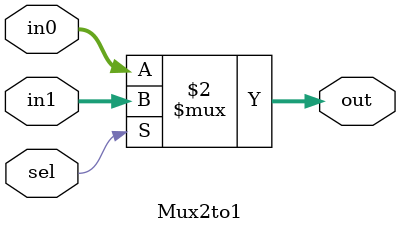
<source format=v>
module Mux2to1 (
    input wire [31:0] in0,    // Caminho normal: PC incrementado
    input wire [31:0] in1,    // Caminho alternativo: endereço de desvio (branchTarget)
    input wire sel,           // Sinal de controle PCSrc
    output wire [31:0] out    // Próximo valor do PC
);

    // Seleção do próximo PC com base no sinal de controle
    assign out = (sel == 1'b0) ? in0 : in1;

endmodule
</source>
